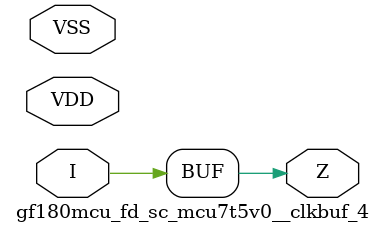
<source format=v>

module gf180mcu_fd_sc_mcu7t5v0__clkbuf_4( I, Z, VDD, VSS );
input I;
inout VDD, VSS;
output Z;

	buf MGM_BG_0( Z, I );

endmodule

</source>
